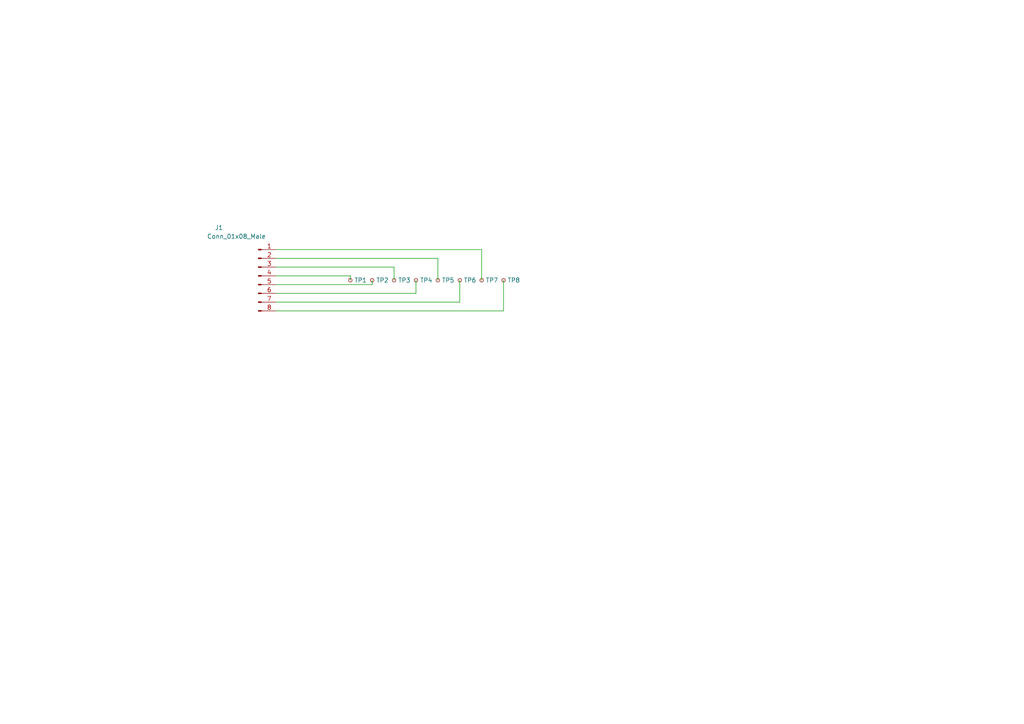
<source format=kicad_sch>
(kicad_sch (version 20230121) (generator eeschema)
  (paper "A4")
  (lib_symbols
    (symbol "Connector:Conn_01x08_Male" (pin_names hide)
      (property "Reference" "J" (at 0 10.16 0))
      (property "Value" "Conn_01x08_Male" (at 0 -12.7 0))
      (symbol "Conn_01x08_Male_1_1"
        (polyline (pts (xy 1.27 -10.16) (xy 0.8636 -10.16)) (stroke (width 0.1524)))
        (polyline (pts (xy 1.27 -7.62) (xy 0.8636 -7.62)) (stroke (width 0.1524)))
        (polyline (pts (xy 1.27 -5.08) (xy 0.8636 -5.08)) (stroke (width 0.1524)))
        (polyline (pts (xy 1.27 -2.54) (xy 0.8636 -2.54)) (stroke (width 0.1524)))
        (polyline (pts (xy 1.27 0) (xy 0.8636 0)) (stroke (width 0.1524)))
        (polyline (pts (xy 1.27 2.54) (xy 0.8636 2.54)) (stroke (width 0.1524)))
        (polyline (pts (xy 1.27 5.08) (xy 0.8636 5.08)) (stroke (width 0.1524)))
        (polyline (pts (xy 1.27 7.62) (xy 0.8636 7.62)) (stroke (width 0.1524)))
        (rectangle (start 0.8636 -10.033) (end 0 -10.287) (stroke (width 0.1524)) (fill (type outline)))
        (rectangle (start 0.8636 -7.493) (end 0 -7.747) (stroke (width 0.1524)) (fill (type outline)))
        (rectangle (start 0.8636 -4.953) (end 0 -5.207) (stroke (width 0.1524)) (fill (type outline)))
        (rectangle (start 0.8636 -2.413) (end 0 -2.667) (stroke (width 0.1524)) (fill (type outline)))
        (rectangle (start 0.8636 0.127) (end 0 -0.127) (stroke (width 0.1524)) (fill (type outline)))
        (rectangle (start 0.8636 2.667) (end 0 2.413) (stroke (width 0.1524)) (fill (type outline)))
        (rectangle (start 0.8636 5.207) (end 0 4.953) (stroke (width 0.1524)) (fill (type outline)))
        (rectangle (start 0.8636 7.747) (end 0 7.493) (stroke (width 0.1524)) (fill (type outline)))
        (pin passive line (at 5.08 7.62 180) (length 3.81) (name "Pin_1") (number "1"))
        (pin passive line (at 5.08 5.08 180) (length 3.81) (name "Pin_2") (number "2"))
        (pin passive line (at 5.08 2.54 180) (length 3.81) (name "Pin_3") (number "3"))
        (pin passive line (at 5.08 0 180) (length 3.81) (name "Pin_4") (number "4"))
        (pin passive line (at 5.08 -2.54 180) (length 3.81) (name "Pin_5") (number "5"))
        (pin passive line (at 5.08 -5.08 180) (length 3.81) (name "Pin_6") (number "6"))
        (pin passive line (at 5.08 -7.62 180) (length 3.81) (name "Pin_7") (number "7"))
        (pin passive line (at 5.08 -10.16 180) (length 3.81) (name "Pin_8") (number "8"))
      )
    )
    (symbol "Connector:TestPoint_Small" (pin_numbers hide) (pin_names (offset 0.762) hide)
      (property "Reference" "TP" (at 0 3.81 0))
      (property "Value" "TestPoint_Small" (at 0 2.032 0))
      (symbol "TestPoint_Small_0_1"
        (circle (center 0 0) (radius 0.508))
      )
      (symbol "TestPoint_Small_1_1"
        (pin passive line (at 0 0 90) (length 0) (name "1") (number "1"))
      )
    )
  )
  (wire (pts (xy 80.01 85.09) (xy 120.65 85.09)))
  (wire (pts (xy 80.01 77.47) (xy 114.3 77.47)))
  (wire (pts (xy 133.35 87.63) (xy 133.35 81.28)))
  (wire (pts (xy 80.01 90.17) (xy 146.05 90.17)))
  (wire (pts (xy 80.01 72.39) (xy 139.7 72.39)))
  (wire (pts (xy 120.65 85.09) (xy 120.65 81.28)))
  (wire (pts (xy 139.7 72.39) (xy 139.7 81.28)))
  (wire (pts (xy 80.01 80.01) (xy 101.6 80.01)))
  (wire (pts (xy 80.01 87.63) (xy 133.35 87.63)))
  (wire (pts (xy 127 74.93) (xy 127 81.28)))
  (wire (pts (xy 107.95 82.55) (xy 107.95 81.28)))
  (wire (pts (xy 80.01 82.55) (xy 107.95 82.55)))
  (wire (pts (xy 146.05 90.17) (xy 146.05 81.28)))
  (wire (pts (xy 114.3 77.47) (xy 114.3 81.28)))
  (wire (pts (xy 101.6 80.01) (xy 101.6 81.28)))
  (wire (pts (xy 80.01 74.93) (xy 127 74.93)))
  (symbol (lib_id "Connector:TestPoint_Small") (at 127 81.28 0) (unit 1)
    (property "Reference" "TP5" (at 128.1431 81.28 0) (effects (justify left)))
    (property "Value" "CapSense" (effects hide))
    (property "Footprint" "sliding-strip:CapSense" (effects hide))
  )
  (symbol (lib_id "Connector:TestPoint_Small") (at 120.65 81.28 0) (unit 1)
    (property "Reference" "TP4" (at 121.7931 81.28 0) (effects (justify left)))
    (property "Value" "CapSense" (effects hide))
    (property "Footprint" "sliding-strip:CapSense" (effects hide))
  )
  (symbol (lib_id "Connector:TestPoint_Small") (at 101.6 81.28 0) (unit 1)
    (property "Reference" "TP1" (at 102.7431 81.28 0) (effects (justify left)))
    (property "Value" "CapSense" (effects hide))
    (property "Footprint" "sliding-strip:CapSense" (effects hide))
  )
  (symbol (lib_id "Connector:TestPoint_Small") (at 133.35 81.28 0) (unit 1)
    (property "Reference" "TP6" (at 134.4931 81.28 0) (effects (justify left)))
    (property "Value" "CapSense" (effects hide))
    (property "Footprint" "sliding-strip:CapSense" (effects hide))
  )
  (symbol (lib_id "Connector:TestPoint_Small") (at 107.95 81.28 0) (unit 1)
    (property "Reference" "TP2" (at 109.0931 81.28 0) (effects (justify left)))
    (property "Value" "CapSense" (effects hide))
    (property "Footprint" "sliding-strip:CapSense" (effects hide))
  )
  (symbol (lib_id "Connector:TestPoint_Small") (at 114.3 81.28 0) (unit 1)
    (property "Reference" "TP3" (at 115.4431 81.28 0) (effects (justify left)))
    (property "Value" "CapSense" (effects hide))
    (property "Footprint" "sliding-strip:CapSense" (effects hide))
  )
  (symbol (lib_id "Connector:Conn_01x08_Male") (at 74.93 80.01 0) (unit 1)
    (property "Reference" "J1" (at 63.5 66.04 0))
    (property "Value" "Conn_01x08_Male" (at 68.58 68.58 0))
    (property "Footprint" "sliding-strip:8P_0.5mm_FFC" (effects hide))
  )
  (symbol (lib_id "Connector:TestPoint_Small") (at 146.05 81.28 0) (unit 1)
    (property "Reference" "TP8" (at 147.1931 81.28 0) (effects (justify left)))
    (property "Value" "CapSense" (effects hide))
    (property "Footprint" "sliding-strip:CapSense" (effects hide))
  )
  (symbol (lib_id "Connector:TestPoint_Small") (at 139.7 81.28 0) (unit 1)
    (property "Reference" "TP7" (at 140.8431 81.28 0) (effects (justify left)))
    (property "Value" "CapSense" (effects hide))
    (property "Footprint" "sliding-strip:CapSense" (effects hide))
  )
)
</source>
